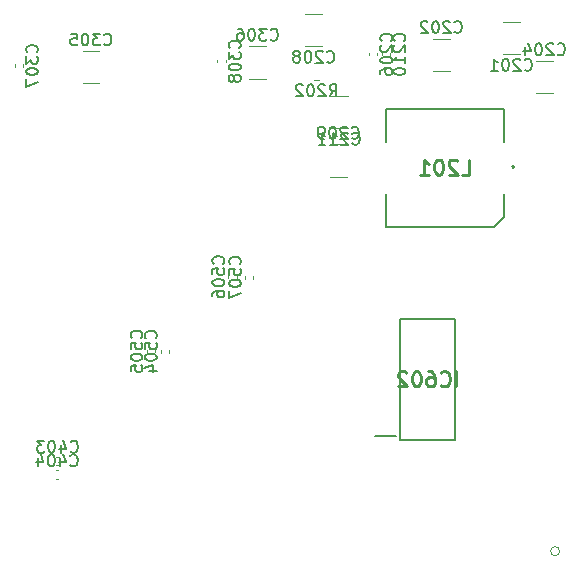
<source format=gbr>
%TF.GenerationSoftware,KiCad,Pcbnew,(5.1.10)-1*%
%TF.CreationDate,2021-06-25T15:36:54-07:00*%
%TF.ProjectId,laser,6c617365-722e-46b6-9963-61645f706362,rev?*%
%TF.SameCoordinates,Original*%
%TF.FileFunction,Legend,Bot*%
%TF.FilePolarity,Positive*%
%FSLAX46Y46*%
G04 Gerber Fmt 4.6, Leading zero omitted, Abs format (unit mm)*
G04 Created by KiCad (PCBNEW (5.1.10)-1) date 2021-06-25 15:36:54*
%MOMM*%
%LPD*%
G01*
G04 APERTURE LIST*
%ADD10C,0.120000*%
%ADD11C,0.200000*%
%ADD12C,0.127000*%
%ADD13C,0.150000*%
%ADD14C,0.254000*%
G04 APERTURE END LIST*
D10*
%TO.C,R202*%
X185552936Y-86065000D02*
X186007064Y-86065000D01*
X185552936Y-87535000D02*
X186007064Y-87535000D01*
%TO.C,C211*%
X187003748Y-88890000D02*
X188426252Y-88890000D01*
X187003748Y-91610000D02*
X188426252Y-91610000D01*
%TO.C,C209*%
X188366252Y-95710000D02*
X186943748Y-95710000D01*
X188366252Y-92990000D02*
X186943748Y-92990000D01*
%TO.C,C208*%
X184858748Y-81960000D02*
X186281252Y-81960000D01*
X184858748Y-84680000D02*
X186281252Y-84680000D01*
%TO.C,C204*%
X205811252Y-88640000D02*
X204388748Y-88640000D01*
X205811252Y-85920000D02*
X204388748Y-85920000D01*
%TO.C,C202*%
X197071252Y-86750000D02*
X195648748Y-86750000D01*
X197071252Y-84030000D02*
X195648748Y-84030000D01*
%TO.C,C201*%
X201588748Y-82640000D02*
X203011252Y-82640000D01*
X201588748Y-85360000D02*
X203011252Y-85360000D01*
%TO.C,C505*%
X171410000Y-110392164D02*
X171410000Y-110607836D01*
X172130000Y-110392164D02*
X172130000Y-110607836D01*
%TO.C,C506*%
X179060000Y-104092164D02*
X179060000Y-104307836D01*
X178340000Y-104092164D02*
X178340000Y-104307836D01*
%TO.C,C206*%
X190240000Y-85457836D02*
X190240000Y-85242164D01*
X190960000Y-85457836D02*
X190960000Y-85242164D01*
%TO.C,C210*%
X192060000Y-85457836D02*
X192060000Y-85242164D01*
X191340000Y-85457836D02*
X191340000Y-85242164D01*
%TO.C,C307*%
X160230000Y-86417836D02*
X160230000Y-86202164D01*
X160950000Y-86417836D02*
X160950000Y-86202164D01*
%TO.C,C308*%
X177400000Y-86047836D02*
X177400000Y-85832164D01*
X178120000Y-86047836D02*
X178120000Y-85832164D01*
%TO.C,C403*%
X163977836Y-119430000D02*
X163762164Y-119430000D01*
X163977836Y-120150000D02*
X163762164Y-120150000D01*
%TO.C,C404*%
X163947836Y-121310000D02*
X163732164Y-121310000D01*
X163947836Y-120590000D02*
X163732164Y-120590000D01*
%TO.C,C504*%
X172610000Y-110402164D02*
X172610000Y-110617836D01*
X173330000Y-110402164D02*
X173330000Y-110617836D01*
%TO.C,C507*%
X179740000Y-104142164D02*
X179740000Y-104357836D01*
X180460000Y-104142164D02*
X180460000Y-104357836D01*
D11*
%TO.C,IC602*%
X192890000Y-117990000D02*
X197490000Y-117990000D01*
X197490000Y-117990000D02*
X197490000Y-107790000D01*
X197490000Y-107790000D02*
X192890000Y-107790000D01*
X192890000Y-107790000D02*
X192890000Y-117990000D01*
X190740000Y-117690000D02*
X192540000Y-117690000D01*
D12*
%TO.C,L201*%
X201660000Y-92770000D02*
X201660000Y-89970000D01*
X201660000Y-89970000D02*
X191660000Y-89970000D01*
X191660000Y-89970000D02*
X191660000Y-92770000D01*
X191660000Y-97170000D02*
X191660000Y-99970000D01*
X191660000Y-99970000D02*
X200860000Y-99970000D01*
X200860000Y-99970000D02*
X201660000Y-99170000D01*
X201660000Y-99170000D02*
X201660000Y-97170000D01*
D11*
X202460000Y-94770000D02*
X202460000Y-94770000D01*
X202460000Y-94970000D02*
X202460000Y-94970000D01*
X202460000Y-94970000D02*
G75*
G03*
X202460000Y-94770000I0J100000D01*
G01*
X202460000Y-94770000D02*
G75*
G03*
X202460000Y-94970000I0J-100000D01*
G01*
D10*
%TO.C,U101*%
X206381000Y-127432000D02*
G75*
G03*
X206381000Y-127432000I-381000J0D01*
G01*
%TO.C,C305*%
X167411252Y-85100000D02*
X165988748Y-85100000D01*
X167411252Y-87820000D02*
X165988748Y-87820000D01*
%TO.C,C306*%
X181501252Y-87410000D02*
X180078748Y-87410000D01*
X181501252Y-84690000D02*
X180078748Y-84690000D01*
%TO.C,R202*%
D13*
X186899047Y-88902380D02*
X187232380Y-88426190D01*
X187470476Y-88902380D02*
X187470476Y-87902380D01*
X187089523Y-87902380D01*
X186994285Y-87950000D01*
X186946666Y-87997619D01*
X186899047Y-88092857D01*
X186899047Y-88235714D01*
X186946666Y-88330952D01*
X186994285Y-88378571D01*
X187089523Y-88426190D01*
X187470476Y-88426190D01*
X186518095Y-87997619D02*
X186470476Y-87950000D01*
X186375238Y-87902380D01*
X186137142Y-87902380D01*
X186041904Y-87950000D01*
X185994285Y-87997619D01*
X185946666Y-88092857D01*
X185946666Y-88188095D01*
X185994285Y-88330952D01*
X186565714Y-88902380D01*
X185946666Y-88902380D01*
X185327619Y-87902380D02*
X185232380Y-87902380D01*
X185137142Y-87950000D01*
X185089523Y-87997619D01*
X185041904Y-88092857D01*
X184994285Y-88283333D01*
X184994285Y-88521428D01*
X185041904Y-88711904D01*
X185089523Y-88807142D01*
X185137142Y-88854761D01*
X185232380Y-88902380D01*
X185327619Y-88902380D01*
X185422857Y-88854761D01*
X185470476Y-88807142D01*
X185518095Y-88711904D01*
X185565714Y-88521428D01*
X185565714Y-88283333D01*
X185518095Y-88092857D01*
X185470476Y-87997619D01*
X185422857Y-87950000D01*
X185327619Y-87902380D01*
X184613333Y-87997619D02*
X184565714Y-87950000D01*
X184470476Y-87902380D01*
X184232380Y-87902380D01*
X184137142Y-87950000D01*
X184089523Y-87997619D01*
X184041904Y-88092857D01*
X184041904Y-88188095D01*
X184089523Y-88330952D01*
X184660952Y-88902380D01*
X184041904Y-88902380D01*
%TO.C,C211*%
X188834047Y-92907142D02*
X188881666Y-92954761D01*
X189024523Y-93002380D01*
X189119761Y-93002380D01*
X189262619Y-92954761D01*
X189357857Y-92859523D01*
X189405476Y-92764285D01*
X189453095Y-92573809D01*
X189453095Y-92430952D01*
X189405476Y-92240476D01*
X189357857Y-92145238D01*
X189262619Y-92050000D01*
X189119761Y-92002380D01*
X189024523Y-92002380D01*
X188881666Y-92050000D01*
X188834047Y-92097619D01*
X188453095Y-92097619D02*
X188405476Y-92050000D01*
X188310238Y-92002380D01*
X188072142Y-92002380D01*
X187976904Y-92050000D01*
X187929285Y-92097619D01*
X187881666Y-92192857D01*
X187881666Y-92288095D01*
X187929285Y-92430952D01*
X188500714Y-93002380D01*
X187881666Y-93002380D01*
X186929285Y-93002380D02*
X187500714Y-93002380D01*
X187215000Y-93002380D02*
X187215000Y-92002380D01*
X187310238Y-92145238D01*
X187405476Y-92240476D01*
X187500714Y-92288095D01*
X185976904Y-93002380D02*
X186548333Y-93002380D01*
X186262619Y-93002380D02*
X186262619Y-92002380D01*
X186357857Y-92145238D01*
X186453095Y-92240476D01*
X186548333Y-92288095D01*
%TO.C,C209*%
X188774047Y-92407142D02*
X188821666Y-92454761D01*
X188964523Y-92502380D01*
X189059761Y-92502380D01*
X189202619Y-92454761D01*
X189297857Y-92359523D01*
X189345476Y-92264285D01*
X189393095Y-92073809D01*
X189393095Y-91930952D01*
X189345476Y-91740476D01*
X189297857Y-91645238D01*
X189202619Y-91550000D01*
X189059761Y-91502380D01*
X188964523Y-91502380D01*
X188821666Y-91550000D01*
X188774047Y-91597619D01*
X188393095Y-91597619D02*
X188345476Y-91550000D01*
X188250238Y-91502380D01*
X188012142Y-91502380D01*
X187916904Y-91550000D01*
X187869285Y-91597619D01*
X187821666Y-91692857D01*
X187821666Y-91788095D01*
X187869285Y-91930952D01*
X188440714Y-92502380D01*
X187821666Y-92502380D01*
X187202619Y-91502380D02*
X187107380Y-91502380D01*
X187012142Y-91550000D01*
X186964523Y-91597619D01*
X186916904Y-91692857D01*
X186869285Y-91883333D01*
X186869285Y-92121428D01*
X186916904Y-92311904D01*
X186964523Y-92407142D01*
X187012142Y-92454761D01*
X187107380Y-92502380D01*
X187202619Y-92502380D01*
X187297857Y-92454761D01*
X187345476Y-92407142D01*
X187393095Y-92311904D01*
X187440714Y-92121428D01*
X187440714Y-91883333D01*
X187393095Y-91692857D01*
X187345476Y-91597619D01*
X187297857Y-91550000D01*
X187202619Y-91502380D01*
X186393095Y-92502380D02*
X186202619Y-92502380D01*
X186107380Y-92454761D01*
X186059761Y-92407142D01*
X185964523Y-92264285D01*
X185916904Y-92073809D01*
X185916904Y-91692857D01*
X185964523Y-91597619D01*
X186012142Y-91550000D01*
X186107380Y-91502380D01*
X186297857Y-91502380D01*
X186393095Y-91550000D01*
X186440714Y-91597619D01*
X186488333Y-91692857D01*
X186488333Y-91930952D01*
X186440714Y-92026190D01*
X186393095Y-92073809D01*
X186297857Y-92121428D01*
X186107380Y-92121428D01*
X186012142Y-92073809D01*
X185964523Y-92026190D01*
X185916904Y-91930952D01*
%TO.C,C208*%
X186689047Y-85977142D02*
X186736666Y-86024761D01*
X186879523Y-86072380D01*
X186974761Y-86072380D01*
X187117619Y-86024761D01*
X187212857Y-85929523D01*
X187260476Y-85834285D01*
X187308095Y-85643809D01*
X187308095Y-85500952D01*
X187260476Y-85310476D01*
X187212857Y-85215238D01*
X187117619Y-85120000D01*
X186974761Y-85072380D01*
X186879523Y-85072380D01*
X186736666Y-85120000D01*
X186689047Y-85167619D01*
X186308095Y-85167619D02*
X186260476Y-85120000D01*
X186165238Y-85072380D01*
X185927142Y-85072380D01*
X185831904Y-85120000D01*
X185784285Y-85167619D01*
X185736666Y-85262857D01*
X185736666Y-85358095D01*
X185784285Y-85500952D01*
X186355714Y-86072380D01*
X185736666Y-86072380D01*
X185117619Y-85072380D02*
X185022380Y-85072380D01*
X184927142Y-85120000D01*
X184879523Y-85167619D01*
X184831904Y-85262857D01*
X184784285Y-85453333D01*
X184784285Y-85691428D01*
X184831904Y-85881904D01*
X184879523Y-85977142D01*
X184927142Y-86024761D01*
X185022380Y-86072380D01*
X185117619Y-86072380D01*
X185212857Y-86024761D01*
X185260476Y-85977142D01*
X185308095Y-85881904D01*
X185355714Y-85691428D01*
X185355714Y-85453333D01*
X185308095Y-85262857D01*
X185260476Y-85167619D01*
X185212857Y-85120000D01*
X185117619Y-85072380D01*
X184212857Y-85500952D02*
X184308095Y-85453333D01*
X184355714Y-85405714D01*
X184403333Y-85310476D01*
X184403333Y-85262857D01*
X184355714Y-85167619D01*
X184308095Y-85120000D01*
X184212857Y-85072380D01*
X184022380Y-85072380D01*
X183927142Y-85120000D01*
X183879523Y-85167619D01*
X183831904Y-85262857D01*
X183831904Y-85310476D01*
X183879523Y-85405714D01*
X183927142Y-85453333D01*
X184022380Y-85500952D01*
X184212857Y-85500952D01*
X184308095Y-85548571D01*
X184355714Y-85596190D01*
X184403333Y-85691428D01*
X184403333Y-85881904D01*
X184355714Y-85977142D01*
X184308095Y-86024761D01*
X184212857Y-86072380D01*
X184022380Y-86072380D01*
X183927142Y-86024761D01*
X183879523Y-85977142D01*
X183831904Y-85881904D01*
X183831904Y-85691428D01*
X183879523Y-85596190D01*
X183927142Y-85548571D01*
X184022380Y-85500952D01*
%TO.C,C204*%
X206219047Y-85337142D02*
X206266666Y-85384761D01*
X206409523Y-85432380D01*
X206504761Y-85432380D01*
X206647619Y-85384761D01*
X206742857Y-85289523D01*
X206790476Y-85194285D01*
X206838095Y-85003809D01*
X206838095Y-84860952D01*
X206790476Y-84670476D01*
X206742857Y-84575238D01*
X206647619Y-84480000D01*
X206504761Y-84432380D01*
X206409523Y-84432380D01*
X206266666Y-84480000D01*
X206219047Y-84527619D01*
X205838095Y-84527619D02*
X205790476Y-84480000D01*
X205695238Y-84432380D01*
X205457142Y-84432380D01*
X205361904Y-84480000D01*
X205314285Y-84527619D01*
X205266666Y-84622857D01*
X205266666Y-84718095D01*
X205314285Y-84860952D01*
X205885714Y-85432380D01*
X205266666Y-85432380D01*
X204647619Y-84432380D02*
X204552380Y-84432380D01*
X204457142Y-84480000D01*
X204409523Y-84527619D01*
X204361904Y-84622857D01*
X204314285Y-84813333D01*
X204314285Y-85051428D01*
X204361904Y-85241904D01*
X204409523Y-85337142D01*
X204457142Y-85384761D01*
X204552380Y-85432380D01*
X204647619Y-85432380D01*
X204742857Y-85384761D01*
X204790476Y-85337142D01*
X204838095Y-85241904D01*
X204885714Y-85051428D01*
X204885714Y-84813333D01*
X204838095Y-84622857D01*
X204790476Y-84527619D01*
X204742857Y-84480000D01*
X204647619Y-84432380D01*
X203457142Y-84765714D02*
X203457142Y-85432380D01*
X203695238Y-84384761D02*
X203933333Y-85099047D01*
X203314285Y-85099047D01*
%TO.C,C202*%
X197479047Y-83447142D02*
X197526666Y-83494761D01*
X197669523Y-83542380D01*
X197764761Y-83542380D01*
X197907619Y-83494761D01*
X198002857Y-83399523D01*
X198050476Y-83304285D01*
X198098095Y-83113809D01*
X198098095Y-82970952D01*
X198050476Y-82780476D01*
X198002857Y-82685238D01*
X197907619Y-82590000D01*
X197764761Y-82542380D01*
X197669523Y-82542380D01*
X197526666Y-82590000D01*
X197479047Y-82637619D01*
X197098095Y-82637619D02*
X197050476Y-82590000D01*
X196955238Y-82542380D01*
X196717142Y-82542380D01*
X196621904Y-82590000D01*
X196574285Y-82637619D01*
X196526666Y-82732857D01*
X196526666Y-82828095D01*
X196574285Y-82970952D01*
X197145714Y-83542380D01*
X196526666Y-83542380D01*
X195907619Y-82542380D02*
X195812380Y-82542380D01*
X195717142Y-82590000D01*
X195669523Y-82637619D01*
X195621904Y-82732857D01*
X195574285Y-82923333D01*
X195574285Y-83161428D01*
X195621904Y-83351904D01*
X195669523Y-83447142D01*
X195717142Y-83494761D01*
X195812380Y-83542380D01*
X195907619Y-83542380D01*
X196002857Y-83494761D01*
X196050476Y-83447142D01*
X196098095Y-83351904D01*
X196145714Y-83161428D01*
X196145714Y-82923333D01*
X196098095Y-82732857D01*
X196050476Y-82637619D01*
X196002857Y-82590000D01*
X195907619Y-82542380D01*
X195193333Y-82637619D02*
X195145714Y-82590000D01*
X195050476Y-82542380D01*
X194812380Y-82542380D01*
X194717142Y-82590000D01*
X194669523Y-82637619D01*
X194621904Y-82732857D01*
X194621904Y-82828095D01*
X194669523Y-82970952D01*
X195240952Y-83542380D01*
X194621904Y-83542380D01*
%TO.C,C201*%
X203419047Y-86657142D02*
X203466666Y-86704761D01*
X203609523Y-86752380D01*
X203704761Y-86752380D01*
X203847619Y-86704761D01*
X203942857Y-86609523D01*
X203990476Y-86514285D01*
X204038095Y-86323809D01*
X204038095Y-86180952D01*
X203990476Y-85990476D01*
X203942857Y-85895238D01*
X203847619Y-85800000D01*
X203704761Y-85752380D01*
X203609523Y-85752380D01*
X203466666Y-85800000D01*
X203419047Y-85847619D01*
X203038095Y-85847619D02*
X202990476Y-85800000D01*
X202895238Y-85752380D01*
X202657142Y-85752380D01*
X202561904Y-85800000D01*
X202514285Y-85847619D01*
X202466666Y-85942857D01*
X202466666Y-86038095D01*
X202514285Y-86180952D01*
X203085714Y-86752380D01*
X202466666Y-86752380D01*
X201847619Y-85752380D02*
X201752380Y-85752380D01*
X201657142Y-85800000D01*
X201609523Y-85847619D01*
X201561904Y-85942857D01*
X201514285Y-86133333D01*
X201514285Y-86371428D01*
X201561904Y-86561904D01*
X201609523Y-86657142D01*
X201657142Y-86704761D01*
X201752380Y-86752380D01*
X201847619Y-86752380D01*
X201942857Y-86704761D01*
X201990476Y-86657142D01*
X202038095Y-86561904D01*
X202085714Y-86371428D01*
X202085714Y-86133333D01*
X202038095Y-85942857D01*
X201990476Y-85847619D01*
X201942857Y-85800000D01*
X201847619Y-85752380D01*
X200561904Y-86752380D02*
X201133333Y-86752380D01*
X200847619Y-86752380D02*
X200847619Y-85752380D01*
X200942857Y-85895238D01*
X201038095Y-85990476D01*
X201133333Y-86038095D01*
%TO.C,C505*%
X170967142Y-109380952D02*
X171014761Y-109333333D01*
X171062380Y-109190476D01*
X171062380Y-109095238D01*
X171014761Y-108952380D01*
X170919523Y-108857142D01*
X170824285Y-108809523D01*
X170633809Y-108761904D01*
X170490952Y-108761904D01*
X170300476Y-108809523D01*
X170205238Y-108857142D01*
X170110000Y-108952380D01*
X170062380Y-109095238D01*
X170062380Y-109190476D01*
X170110000Y-109333333D01*
X170157619Y-109380952D01*
X170062380Y-110285714D02*
X170062380Y-109809523D01*
X170538571Y-109761904D01*
X170490952Y-109809523D01*
X170443333Y-109904761D01*
X170443333Y-110142857D01*
X170490952Y-110238095D01*
X170538571Y-110285714D01*
X170633809Y-110333333D01*
X170871904Y-110333333D01*
X170967142Y-110285714D01*
X171014761Y-110238095D01*
X171062380Y-110142857D01*
X171062380Y-109904761D01*
X171014761Y-109809523D01*
X170967142Y-109761904D01*
X170062380Y-110952380D02*
X170062380Y-111047619D01*
X170110000Y-111142857D01*
X170157619Y-111190476D01*
X170252857Y-111238095D01*
X170443333Y-111285714D01*
X170681428Y-111285714D01*
X170871904Y-111238095D01*
X170967142Y-111190476D01*
X171014761Y-111142857D01*
X171062380Y-111047619D01*
X171062380Y-110952380D01*
X171014761Y-110857142D01*
X170967142Y-110809523D01*
X170871904Y-110761904D01*
X170681428Y-110714285D01*
X170443333Y-110714285D01*
X170252857Y-110761904D01*
X170157619Y-110809523D01*
X170110000Y-110857142D01*
X170062380Y-110952380D01*
X170062380Y-112190476D02*
X170062380Y-111714285D01*
X170538571Y-111666666D01*
X170490952Y-111714285D01*
X170443333Y-111809523D01*
X170443333Y-112047619D01*
X170490952Y-112142857D01*
X170538571Y-112190476D01*
X170633809Y-112238095D01*
X170871904Y-112238095D01*
X170967142Y-112190476D01*
X171014761Y-112142857D01*
X171062380Y-112047619D01*
X171062380Y-111809523D01*
X171014761Y-111714285D01*
X170967142Y-111666666D01*
%TO.C,C506*%
X177897142Y-103080952D02*
X177944761Y-103033333D01*
X177992380Y-102890476D01*
X177992380Y-102795238D01*
X177944761Y-102652380D01*
X177849523Y-102557142D01*
X177754285Y-102509523D01*
X177563809Y-102461904D01*
X177420952Y-102461904D01*
X177230476Y-102509523D01*
X177135238Y-102557142D01*
X177040000Y-102652380D01*
X176992380Y-102795238D01*
X176992380Y-102890476D01*
X177040000Y-103033333D01*
X177087619Y-103080952D01*
X176992380Y-103985714D02*
X176992380Y-103509523D01*
X177468571Y-103461904D01*
X177420952Y-103509523D01*
X177373333Y-103604761D01*
X177373333Y-103842857D01*
X177420952Y-103938095D01*
X177468571Y-103985714D01*
X177563809Y-104033333D01*
X177801904Y-104033333D01*
X177897142Y-103985714D01*
X177944761Y-103938095D01*
X177992380Y-103842857D01*
X177992380Y-103604761D01*
X177944761Y-103509523D01*
X177897142Y-103461904D01*
X176992380Y-104652380D02*
X176992380Y-104747619D01*
X177040000Y-104842857D01*
X177087619Y-104890476D01*
X177182857Y-104938095D01*
X177373333Y-104985714D01*
X177611428Y-104985714D01*
X177801904Y-104938095D01*
X177897142Y-104890476D01*
X177944761Y-104842857D01*
X177992380Y-104747619D01*
X177992380Y-104652380D01*
X177944761Y-104557142D01*
X177897142Y-104509523D01*
X177801904Y-104461904D01*
X177611428Y-104414285D01*
X177373333Y-104414285D01*
X177182857Y-104461904D01*
X177087619Y-104509523D01*
X177040000Y-104557142D01*
X176992380Y-104652380D01*
X176992380Y-105842857D02*
X176992380Y-105652380D01*
X177040000Y-105557142D01*
X177087619Y-105509523D01*
X177230476Y-105414285D01*
X177420952Y-105366666D01*
X177801904Y-105366666D01*
X177897142Y-105414285D01*
X177944761Y-105461904D01*
X177992380Y-105557142D01*
X177992380Y-105747619D01*
X177944761Y-105842857D01*
X177897142Y-105890476D01*
X177801904Y-105938095D01*
X177563809Y-105938095D01*
X177468571Y-105890476D01*
X177420952Y-105842857D01*
X177373333Y-105747619D01*
X177373333Y-105557142D01*
X177420952Y-105461904D01*
X177468571Y-105414285D01*
X177563809Y-105366666D01*
%TO.C,C206*%
X192117142Y-84230952D02*
X192164761Y-84183333D01*
X192212380Y-84040476D01*
X192212380Y-83945238D01*
X192164761Y-83802380D01*
X192069523Y-83707142D01*
X191974285Y-83659523D01*
X191783809Y-83611904D01*
X191640952Y-83611904D01*
X191450476Y-83659523D01*
X191355238Y-83707142D01*
X191260000Y-83802380D01*
X191212380Y-83945238D01*
X191212380Y-84040476D01*
X191260000Y-84183333D01*
X191307619Y-84230952D01*
X191307619Y-84611904D02*
X191260000Y-84659523D01*
X191212380Y-84754761D01*
X191212380Y-84992857D01*
X191260000Y-85088095D01*
X191307619Y-85135714D01*
X191402857Y-85183333D01*
X191498095Y-85183333D01*
X191640952Y-85135714D01*
X192212380Y-84564285D01*
X192212380Y-85183333D01*
X191212380Y-85802380D02*
X191212380Y-85897619D01*
X191260000Y-85992857D01*
X191307619Y-86040476D01*
X191402857Y-86088095D01*
X191593333Y-86135714D01*
X191831428Y-86135714D01*
X192021904Y-86088095D01*
X192117142Y-86040476D01*
X192164761Y-85992857D01*
X192212380Y-85897619D01*
X192212380Y-85802380D01*
X192164761Y-85707142D01*
X192117142Y-85659523D01*
X192021904Y-85611904D01*
X191831428Y-85564285D01*
X191593333Y-85564285D01*
X191402857Y-85611904D01*
X191307619Y-85659523D01*
X191260000Y-85707142D01*
X191212380Y-85802380D01*
X191212380Y-86992857D02*
X191212380Y-86802380D01*
X191260000Y-86707142D01*
X191307619Y-86659523D01*
X191450476Y-86564285D01*
X191640952Y-86516666D01*
X192021904Y-86516666D01*
X192117142Y-86564285D01*
X192164761Y-86611904D01*
X192212380Y-86707142D01*
X192212380Y-86897619D01*
X192164761Y-86992857D01*
X192117142Y-87040476D01*
X192021904Y-87088095D01*
X191783809Y-87088095D01*
X191688571Y-87040476D01*
X191640952Y-86992857D01*
X191593333Y-86897619D01*
X191593333Y-86707142D01*
X191640952Y-86611904D01*
X191688571Y-86564285D01*
X191783809Y-86516666D01*
%TO.C,C210*%
X193217142Y-84230952D02*
X193264761Y-84183333D01*
X193312380Y-84040476D01*
X193312380Y-83945238D01*
X193264761Y-83802380D01*
X193169523Y-83707142D01*
X193074285Y-83659523D01*
X192883809Y-83611904D01*
X192740952Y-83611904D01*
X192550476Y-83659523D01*
X192455238Y-83707142D01*
X192360000Y-83802380D01*
X192312380Y-83945238D01*
X192312380Y-84040476D01*
X192360000Y-84183333D01*
X192407619Y-84230952D01*
X192407619Y-84611904D02*
X192360000Y-84659523D01*
X192312380Y-84754761D01*
X192312380Y-84992857D01*
X192360000Y-85088095D01*
X192407619Y-85135714D01*
X192502857Y-85183333D01*
X192598095Y-85183333D01*
X192740952Y-85135714D01*
X193312380Y-84564285D01*
X193312380Y-85183333D01*
X193312380Y-86135714D02*
X193312380Y-85564285D01*
X193312380Y-85850000D02*
X192312380Y-85850000D01*
X192455238Y-85754761D01*
X192550476Y-85659523D01*
X192598095Y-85564285D01*
X192312380Y-86754761D02*
X192312380Y-86850000D01*
X192360000Y-86945238D01*
X192407619Y-86992857D01*
X192502857Y-87040476D01*
X192693333Y-87088095D01*
X192931428Y-87088095D01*
X193121904Y-87040476D01*
X193217142Y-86992857D01*
X193264761Y-86945238D01*
X193312380Y-86850000D01*
X193312380Y-86754761D01*
X193264761Y-86659523D01*
X193217142Y-86611904D01*
X193121904Y-86564285D01*
X192931428Y-86516666D01*
X192693333Y-86516666D01*
X192502857Y-86564285D01*
X192407619Y-86611904D01*
X192360000Y-86659523D01*
X192312380Y-86754761D01*
%TO.C,C307*%
X162107142Y-85190952D02*
X162154761Y-85143333D01*
X162202380Y-85000476D01*
X162202380Y-84905238D01*
X162154761Y-84762380D01*
X162059523Y-84667142D01*
X161964285Y-84619523D01*
X161773809Y-84571904D01*
X161630952Y-84571904D01*
X161440476Y-84619523D01*
X161345238Y-84667142D01*
X161250000Y-84762380D01*
X161202380Y-84905238D01*
X161202380Y-85000476D01*
X161250000Y-85143333D01*
X161297619Y-85190952D01*
X161202380Y-85524285D02*
X161202380Y-86143333D01*
X161583333Y-85810000D01*
X161583333Y-85952857D01*
X161630952Y-86048095D01*
X161678571Y-86095714D01*
X161773809Y-86143333D01*
X162011904Y-86143333D01*
X162107142Y-86095714D01*
X162154761Y-86048095D01*
X162202380Y-85952857D01*
X162202380Y-85667142D01*
X162154761Y-85571904D01*
X162107142Y-85524285D01*
X161202380Y-86762380D02*
X161202380Y-86857619D01*
X161250000Y-86952857D01*
X161297619Y-87000476D01*
X161392857Y-87048095D01*
X161583333Y-87095714D01*
X161821428Y-87095714D01*
X162011904Y-87048095D01*
X162107142Y-87000476D01*
X162154761Y-86952857D01*
X162202380Y-86857619D01*
X162202380Y-86762380D01*
X162154761Y-86667142D01*
X162107142Y-86619523D01*
X162011904Y-86571904D01*
X161821428Y-86524285D01*
X161583333Y-86524285D01*
X161392857Y-86571904D01*
X161297619Y-86619523D01*
X161250000Y-86667142D01*
X161202380Y-86762380D01*
X161202380Y-87429047D02*
X161202380Y-88095714D01*
X162202380Y-87667142D01*
%TO.C,C308*%
X179277142Y-84820952D02*
X179324761Y-84773333D01*
X179372380Y-84630476D01*
X179372380Y-84535238D01*
X179324761Y-84392380D01*
X179229523Y-84297142D01*
X179134285Y-84249523D01*
X178943809Y-84201904D01*
X178800952Y-84201904D01*
X178610476Y-84249523D01*
X178515238Y-84297142D01*
X178420000Y-84392380D01*
X178372380Y-84535238D01*
X178372380Y-84630476D01*
X178420000Y-84773333D01*
X178467619Y-84820952D01*
X178372380Y-85154285D02*
X178372380Y-85773333D01*
X178753333Y-85440000D01*
X178753333Y-85582857D01*
X178800952Y-85678095D01*
X178848571Y-85725714D01*
X178943809Y-85773333D01*
X179181904Y-85773333D01*
X179277142Y-85725714D01*
X179324761Y-85678095D01*
X179372380Y-85582857D01*
X179372380Y-85297142D01*
X179324761Y-85201904D01*
X179277142Y-85154285D01*
X178372380Y-86392380D02*
X178372380Y-86487619D01*
X178420000Y-86582857D01*
X178467619Y-86630476D01*
X178562857Y-86678095D01*
X178753333Y-86725714D01*
X178991428Y-86725714D01*
X179181904Y-86678095D01*
X179277142Y-86630476D01*
X179324761Y-86582857D01*
X179372380Y-86487619D01*
X179372380Y-86392380D01*
X179324761Y-86297142D01*
X179277142Y-86249523D01*
X179181904Y-86201904D01*
X178991428Y-86154285D01*
X178753333Y-86154285D01*
X178562857Y-86201904D01*
X178467619Y-86249523D01*
X178420000Y-86297142D01*
X178372380Y-86392380D01*
X178800952Y-87297142D02*
X178753333Y-87201904D01*
X178705714Y-87154285D01*
X178610476Y-87106666D01*
X178562857Y-87106666D01*
X178467619Y-87154285D01*
X178420000Y-87201904D01*
X178372380Y-87297142D01*
X178372380Y-87487619D01*
X178420000Y-87582857D01*
X178467619Y-87630476D01*
X178562857Y-87678095D01*
X178610476Y-87678095D01*
X178705714Y-87630476D01*
X178753333Y-87582857D01*
X178800952Y-87487619D01*
X178800952Y-87297142D01*
X178848571Y-87201904D01*
X178896190Y-87154285D01*
X178991428Y-87106666D01*
X179181904Y-87106666D01*
X179277142Y-87154285D01*
X179324761Y-87201904D01*
X179372380Y-87297142D01*
X179372380Y-87487619D01*
X179324761Y-87582857D01*
X179277142Y-87630476D01*
X179181904Y-87678095D01*
X178991428Y-87678095D01*
X178896190Y-87630476D01*
X178848571Y-87582857D01*
X178800952Y-87487619D01*
%TO.C,C403*%
X164989047Y-118987142D02*
X165036666Y-119034761D01*
X165179523Y-119082380D01*
X165274761Y-119082380D01*
X165417619Y-119034761D01*
X165512857Y-118939523D01*
X165560476Y-118844285D01*
X165608095Y-118653809D01*
X165608095Y-118510952D01*
X165560476Y-118320476D01*
X165512857Y-118225238D01*
X165417619Y-118130000D01*
X165274761Y-118082380D01*
X165179523Y-118082380D01*
X165036666Y-118130000D01*
X164989047Y-118177619D01*
X164131904Y-118415714D02*
X164131904Y-119082380D01*
X164370000Y-118034761D02*
X164608095Y-118749047D01*
X163989047Y-118749047D01*
X163417619Y-118082380D02*
X163322380Y-118082380D01*
X163227142Y-118130000D01*
X163179523Y-118177619D01*
X163131904Y-118272857D01*
X163084285Y-118463333D01*
X163084285Y-118701428D01*
X163131904Y-118891904D01*
X163179523Y-118987142D01*
X163227142Y-119034761D01*
X163322380Y-119082380D01*
X163417619Y-119082380D01*
X163512857Y-119034761D01*
X163560476Y-118987142D01*
X163608095Y-118891904D01*
X163655714Y-118701428D01*
X163655714Y-118463333D01*
X163608095Y-118272857D01*
X163560476Y-118177619D01*
X163512857Y-118130000D01*
X163417619Y-118082380D01*
X162750952Y-118082380D02*
X162131904Y-118082380D01*
X162465238Y-118463333D01*
X162322380Y-118463333D01*
X162227142Y-118510952D01*
X162179523Y-118558571D01*
X162131904Y-118653809D01*
X162131904Y-118891904D01*
X162179523Y-118987142D01*
X162227142Y-119034761D01*
X162322380Y-119082380D01*
X162608095Y-119082380D01*
X162703333Y-119034761D01*
X162750952Y-118987142D01*
%TO.C,C404*%
X164959047Y-120147142D02*
X165006666Y-120194761D01*
X165149523Y-120242380D01*
X165244761Y-120242380D01*
X165387619Y-120194761D01*
X165482857Y-120099523D01*
X165530476Y-120004285D01*
X165578095Y-119813809D01*
X165578095Y-119670952D01*
X165530476Y-119480476D01*
X165482857Y-119385238D01*
X165387619Y-119290000D01*
X165244761Y-119242380D01*
X165149523Y-119242380D01*
X165006666Y-119290000D01*
X164959047Y-119337619D01*
X164101904Y-119575714D02*
X164101904Y-120242380D01*
X164340000Y-119194761D02*
X164578095Y-119909047D01*
X163959047Y-119909047D01*
X163387619Y-119242380D02*
X163292380Y-119242380D01*
X163197142Y-119290000D01*
X163149523Y-119337619D01*
X163101904Y-119432857D01*
X163054285Y-119623333D01*
X163054285Y-119861428D01*
X163101904Y-120051904D01*
X163149523Y-120147142D01*
X163197142Y-120194761D01*
X163292380Y-120242380D01*
X163387619Y-120242380D01*
X163482857Y-120194761D01*
X163530476Y-120147142D01*
X163578095Y-120051904D01*
X163625714Y-119861428D01*
X163625714Y-119623333D01*
X163578095Y-119432857D01*
X163530476Y-119337619D01*
X163482857Y-119290000D01*
X163387619Y-119242380D01*
X162197142Y-119575714D02*
X162197142Y-120242380D01*
X162435238Y-119194761D02*
X162673333Y-119909047D01*
X162054285Y-119909047D01*
%TO.C,C504*%
X172167142Y-109390952D02*
X172214761Y-109343333D01*
X172262380Y-109200476D01*
X172262380Y-109105238D01*
X172214761Y-108962380D01*
X172119523Y-108867142D01*
X172024285Y-108819523D01*
X171833809Y-108771904D01*
X171690952Y-108771904D01*
X171500476Y-108819523D01*
X171405238Y-108867142D01*
X171310000Y-108962380D01*
X171262380Y-109105238D01*
X171262380Y-109200476D01*
X171310000Y-109343333D01*
X171357619Y-109390952D01*
X171262380Y-110295714D02*
X171262380Y-109819523D01*
X171738571Y-109771904D01*
X171690952Y-109819523D01*
X171643333Y-109914761D01*
X171643333Y-110152857D01*
X171690952Y-110248095D01*
X171738571Y-110295714D01*
X171833809Y-110343333D01*
X172071904Y-110343333D01*
X172167142Y-110295714D01*
X172214761Y-110248095D01*
X172262380Y-110152857D01*
X172262380Y-109914761D01*
X172214761Y-109819523D01*
X172167142Y-109771904D01*
X171262380Y-110962380D02*
X171262380Y-111057619D01*
X171310000Y-111152857D01*
X171357619Y-111200476D01*
X171452857Y-111248095D01*
X171643333Y-111295714D01*
X171881428Y-111295714D01*
X172071904Y-111248095D01*
X172167142Y-111200476D01*
X172214761Y-111152857D01*
X172262380Y-111057619D01*
X172262380Y-110962380D01*
X172214761Y-110867142D01*
X172167142Y-110819523D01*
X172071904Y-110771904D01*
X171881428Y-110724285D01*
X171643333Y-110724285D01*
X171452857Y-110771904D01*
X171357619Y-110819523D01*
X171310000Y-110867142D01*
X171262380Y-110962380D01*
X171595714Y-112152857D02*
X172262380Y-112152857D01*
X171214761Y-111914761D02*
X171929047Y-111676666D01*
X171929047Y-112295714D01*
%TO.C,C507*%
X179297142Y-103130952D02*
X179344761Y-103083333D01*
X179392380Y-102940476D01*
X179392380Y-102845238D01*
X179344761Y-102702380D01*
X179249523Y-102607142D01*
X179154285Y-102559523D01*
X178963809Y-102511904D01*
X178820952Y-102511904D01*
X178630476Y-102559523D01*
X178535238Y-102607142D01*
X178440000Y-102702380D01*
X178392380Y-102845238D01*
X178392380Y-102940476D01*
X178440000Y-103083333D01*
X178487619Y-103130952D01*
X178392380Y-104035714D02*
X178392380Y-103559523D01*
X178868571Y-103511904D01*
X178820952Y-103559523D01*
X178773333Y-103654761D01*
X178773333Y-103892857D01*
X178820952Y-103988095D01*
X178868571Y-104035714D01*
X178963809Y-104083333D01*
X179201904Y-104083333D01*
X179297142Y-104035714D01*
X179344761Y-103988095D01*
X179392380Y-103892857D01*
X179392380Y-103654761D01*
X179344761Y-103559523D01*
X179297142Y-103511904D01*
X178392380Y-104702380D02*
X178392380Y-104797619D01*
X178440000Y-104892857D01*
X178487619Y-104940476D01*
X178582857Y-104988095D01*
X178773333Y-105035714D01*
X179011428Y-105035714D01*
X179201904Y-104988095D01*
X179297142Y-104940476D01*
X179344761Y-104892857D01*
X179392380Y-104797619D01*
X179392380Y-104702380D01*
X179344761Y-104607142D01*
X179297142Y-104559523D01*
X179201904Y-104511904D01*
X179011428Y-104464285D01*
X178773333Y-104464285D01*
X178582857Y-104511904D01*
X178487619Y-104559523D01*
X178440000Y-104607142D01*
X178392380Y-104702380D01*
X178392380Y-105369047D02*
X178392380Y-106035714D01*
X179392380Y-105607142D01*
%TO.C,IC602*%
D14*
X197639285Y-113464523D02*
X197639285Y-112194523D01*
X196308809Y-113343571D02*
X196369285Y-113404047D01*
X196550714Y-113464523D01*
X196671666Y-113464523D01*
X196853095Y-113404047D01*
X196974047Y-113283095D01*
X197034523Y-113162142D01*
X197095000Y-112920238D01*
X197095000Y-112738809D01*
X197034523Y-112496904D01*
X196974047Y-112375952D01*
X196853095Y-112255000D01*
X196671666Y-112194523D01*
X196550714Y-112194523D01*
X196369285Y-112255000D01*
X196308809Y-112315476D01*
X195220238Y-112194523D02*
X195462142Y-112194523D01*
X195583095Y-112255000D01*
X195643571Y-112315476D01*
X195764523Y-112496904D01*
X195825000Y-112738809D01*
X195825000Y-113222619D01*
X195764523Y-113343571D01*
X195704047Y-113404047D01*
X195583095Y-113464523D01*
X195341190Y-113464523D01*
X195220238Y-113404047D01*
X195159761Y-113343571D01*
X195099285Y-113222619D01*
X195099285Y-112920238D01*
X195159761Y-112799285D01*
X195220238Y-112738809D01*
X195341190Y-112678333D01*
X195583095Y-112678333D01*
X195704047Y-112738809D01*
X195764523Y-112799285D01*
X195825000Y-112920238D01*
X194313095Y-112194523D02*
X194192142Y-112194523D01*
X194071190Y-112255000D01*
X194010714Y-112315476D01*
X193950238Y-112436428D01*
X193889761Y-112678333D01*
X193889761Y-112980714D01*
X193950238Y-113222619D01*
X194010714Y-113343571D01*
X194071190Y-113404047D01*
X194192142Y-113464523D01*
X194313095Y-113464523D01*
X194434047Y-113404047D01*
X194494523Y-113343571D01*
X194555000Y-113222619D01*
X194615476Y-112980714D01*
X194615476Y-112678333D01*
X194555000Y-112436428D01*
X194494523Y-112315476D01*
X194434047Y-112255000D01*
X194313095Y-112194523D01*
X193405952Y-112315476D02*
X193345476Y-112255000D01*
X193224523Y-112194523D01*
X192922142Y-112194523D01*
X192801190Y-112255000D01*
X192740714Y-112315476D01*
X192680238Y-112436428D01*
X192680238Y-112557380D01*
X192740714Y-112738809D01*
X193466428Y-113464523D01*
X192680238Y-113464523D01*
%TO.C,L201*%
X198081190Y-95544523D02*
X198685952Y-95544523D01*
X198685952Y-94274523D01*
X197718333Y-94395476D02*
X197657857Y-94335000D01*
X197536904Y-94274523D01*
X197234523Y-94274523D01*
X197113571Y-94335000D01*
X197053095Y-94395476D01*
X196992619Y-94516428D01*
X196992619Y-94637380D01*
X197053095Y-94818809D01*
X197778809Y-95544523D01*
X196992619Y-95544523D01*
X196206428Y-94274523D02*
X196085476Y-94274523D01*
X195964523Y-94335000D01*
X195904047Y-94395476D01*
X195843571Y-94516428D01*
X195783095Y-94758333D01*
X195783095Y-95060714D01*
X195843571Y-95302619D01*
X195904047Y-95423571D01*
X195964523Y-95484047D01*
X196085476Y-95544523D01*
X196206428Y-95544523D01*
X196327380Y-95484047D01*
X196387857Y-95423571D01*
X196448333Y-95302619D01*
X196508809Y-95060714D01*
X196508809Y-94758333D01*
X196448333Y-94516428D01*
X196387857Y-94395476D01*
X196327380Y-94335000D01*
X196206428Y-94274523D01*
X194573571Y-95544523D02*
X195299285Y-95544523D01*
X194936428Y-95544523D02*
X194936428Y-94274523D01*
X195057380Y-94455952D01*
X195178333Y-94576904D01*
X195299285Y-94637380D01*
%TO.C,C305*%
D13*
X167819047Y-84517142D02*
X167866666Y-84564761D01*
X168009523Y-84612380D01*
X168104761Y-84612380D01*
X168247619Y-84564761D01*
X168342857Y-84469523D01*
X168390476Y-84374285D01*
X168438095Y-84183809D01*
X168438095Y-84040952D01*
X168390476Y-83850476D01*
X168342857Y-83755238D01*
X168247619Y-83660000D01*
X168104761Y-83612380D01*
X168009523Y-83612380D01*
X167866666Y-83660000D01*
X167819047Y-83707619D01*
X167485714Y-83612380D02*
X166866666Y-83612380D01*
X167200000Y-83993333D01*
X167057142Y-83993333D01*
X166961904Y-84040952D01*
X166914285Y-84088571D01*
X166866666Y-84183809D01*
X166866666Y-84421904D01*
X166914285Y-84517142D01*
X166961904Y-84564761D01*
X167057142Y-84612380D01*
X167342857Y-84612380D01*
X167438095Y-84564761D01*
X167485714Y-84517142D01*
X166247619Y-83612380D02*
X166152380Y-83612380D01*
X166057142Y-83660000D01*
X166009523Y-83707619D01*
X165961904Y-83802857D01*
X165914285Y-83993333D01*
X165914285Y-84231428D01*
X165961904Y-84421904D01*
X166009523Y-84517142D01*
X166057142Y-84564761D01*
X166152380Y-84612380D01*
X166247619Y-84612380D01*
X166342857Y-84564761D01*
X166390476Y-84517142D01*
X166438095Y-84421904D01*
X166485714Y-84231428D01*
X166485714Y-83993333D01*
X166438095Y-83802857D01*
X166390476Y-83707619D01*
X166342857Y-83660000D01*
X166247619Y-83612380D01*
X165009523Y-83612380D02*
X165485714Y-83612380D01*
X165533333Y-84088571D01*
X165485714Y-84040952D01*
X165390476Y-83993333D01*
X165152380Y-83993333D01*
X165057142Y-84040952D01*
X165009523Y-84088571D01*
X164961904Y-84183809D01*
X164961904Y-84421904D01*
X165009523Y-84517142D01*
X165057142Y-84564761D01*
X165152380Y-84612380D01*
X165390476Y-84612380D01*
X165485714Y-84564761D01*
X165533333Y-84517142D01*
%TO.C,C306*%
X181909047Y-84107142D02*
X181956666Y-84154761D01*
X182099523Y-84202380D01*
X182194761Y-84202380D01*
X182337619Y-84154761D01*
X182432857Y-84059523D01*
X182480476Y-83964285D01*
X182528095Y-83773809D01*
X182528095Y-83630952D01*
X182480476Y-83440476D01*
X182432857Y-83345238D01*
X182337619Y-83250000D01*
X182194761Y-83202380D01*
X182099523Y-83202380D01*
X181956666Y-83250000D01*
X181909047Y-83297619D01*
X181575714Y-83202380D02*
X180956666Y-83202380D01*
X181290000Y-83583333D01*
X181147142Y-83583333D01*
X181051904Y-83630952D01*
X181004285Y-83678571D01*
X180956666Y-83773809D01*
X180956666Y-84011904D01*
X181004285Y-84107142D01*
X181051904Y-84154761D01*
X181147142Y-84202380D01*
X181432857Y-84202380D01*
X181528095Y-84154761D01*
X181575714Y-84107142D01*
X180337619Y-83202380D02*
X180242380Y-83202380D01*
X180147142Y-83250000D01*
X180099523Y-83297619D01*
X180051904Y-83392857D01*
X180004285Y-83583333D01*
X180004285Y-83821428D01*
X180051904Y-84011904D01*
X180099523Y-84107142D01*
X180147142Y-84154761D01*
X180242380Y-84202380D01*
X180337619Y-84202380D01*
X180432857Y-84154761D01*
X180480476Y-84107142D01*
X180528095Y-84011904D01*
X180575714Y-83821428D01*
X180575714Y-83583333D01*
X180528095Y-83392857D01*
X180480476Y-83297619D01*
X180432857Y-83250000D01*
X180337619Y-83202380D01*
X179147142Y-83202380D02*
X179337619Y-83202380D01*
X179432857Y-83250000D01*
X179480476Y-83297619D01*
X179575714Y-83440476D01*
X179623333Y-83630952D01*
X179623333Y-84011904D01*
X179575714Y-84107142D01*
X179528095Y-84154761D01*
X179432857Y-84202380D01*
X179242380Y-84202380D01*
X179147142Y-84154761D01*
X179099523Y-84107142D01*
X179051904Y-84011904D01*
X179051904Y-83773809D01*
X179099523Y-83678571D01*
X179147142Y-83630952D01*
X179242380Y-83583333D01*
X179432857Y-83583333D01*
X179528095Y-83630952D01*
X179575714Y-83678571D01*
X179623333Y-83773809D01*
%TD*%
M02*

</source>
